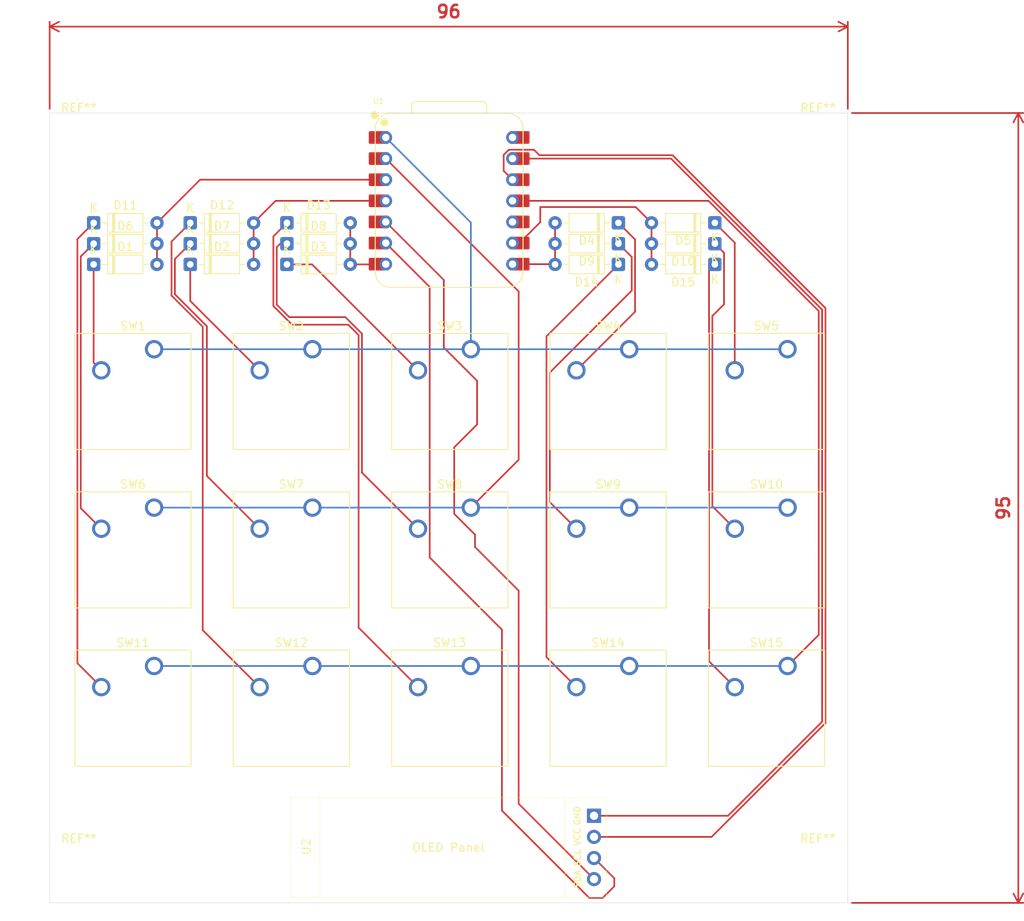
<source format=kicad_pcb>
(kicad_pcb (version 20241229) (generator "pcbnew") (generator_version "9.0")
  (layers (0 "F.Cu" signal) (2 "B.Cu" signal) (13 "F.Paste" user) (15 "B.Paste" user) (5 "F.SilkS" user "F.Silkscreen") (7 "B.SilkS" user "B.Silkscreen") (1 "F.Mask" user) (3 "B.Mask" user) (25 "Edge.Cuts" user))
  (net 0 "")
  (net 1 "Net-(D1-A)")
  (net 2 "Net-(D1-K)")
  (net 3 "Net-(D6-K)")
  (net 4 "Net-(D2-K)")
  (net 5 "Net-(D3-K)")
  (net 6 "Net-(D7-K)")
  (net 7 "Net-(D4-K)")
  (net 8 "Net-(D5-K)")
  (net 9 "Net-(U1-3V3)")
  (net 10 "Net-(U1-GPIO6{slash}SDA)")
  (net 11 "Net-(U1-GPIO7{slash}SCL)")
  (net 12 "Net-(U1-GPIO27{slash}ADC1{slash}A1)")
  (net 13 "Net-(U1-GPIO26{slash}ADC0{slash}A0)")
  (net 14 "Net-(U1-GPIO3{slash}MOSI)")
  (net 16 "GND")
  (net 18 "Net-(D8-K)")
  (net 19 "Net-(D9-K)")
  (net 20 "Net-(D10-A)")
  (net 21 "Net-(D10-K)")
  (net 22 "Net-(D11-K)")
  (net 23 "Net-(D12-K)")
  (net 24 "Net-(D13-A)")
  (net 25 "Net-(D13-K)")
  (net 26 "Net-(D14-K)")
  (net 27 "Net-(D15-K)")
  (net 28 "Net-(D12-A)")
  (net 29 "Net-(D14-A)")
  (footprint "Button_Switch_Keyboard:SW_Cherry_MX_1.00u_PCB" (layer "F.Cu") (at 160.75 85.25)
    (property "Reference" "SW8" (at -2.54 -2.794 0) (layer "F.SilkS"))
    (property "Value" "SW_Push" (hide yes))
    (pad "" np_thru_hole circle (at -7.62 5.08) (size 1.7 1.7) (drill 1.7) (layers "*.Cu" "*.Mask"))
    (pad "" np_thru_hole circle (at -2.54 5.08) (size 4 4) (drill 4) (layers "*.Cu" "*.Mask"))
    (pad "" np_thru_hole circle (at 2.54 5.08) (size 1.7 1.7) (drill 1.7) (layers "*.Cu" "*.Mask"))
    (pad "1" thru_hole circle (at 0 0) (size 2.2 2.2) (drill 1.5) (layers "*.Cu" "*.Mask") (net 12 "Net-(U1-GPIO27{slash}ADC1{slash}A1)"))
    (pad "2" thru_hole circle (at -6.35 2.54) (size 2.2 2.2) (drill 1.5) (layers "*.Cu" "*.Mask") (net 18 "Net-(D8-K)"))
  )
  (footprint "Diode_THT:D_DO-35_SOD27_P7.62mm_Horizontal" (layer "F.Cu") (at 138.63 53.5)
    (property "Reference" "D8" (at 3.81 -2.12 0) (layer "F.SilkS"))
    (property "Value" "1N4148")
    (fp_text user "K" (at 0 -1.8 0) (layer "F.SilkS"))
    (pad "1" thru_hole roundrect (at 0 0) (size 1.6 1.6) (drill 0.8) (layers "*.Cu" "*.Mask") (roundrect_rratio 0.15625) (net 18 "Net-(D8-K)"))
    (pad "2" thru_hole circle (at 7.62 0) (size 1.6 1.6) (drill 0.8) (layers "*.Cu" "*.Mask") (net 24 "Net-(D13-A)"))
  )
  (footprint "Diode_THT:D_DO-35_SOD27_P7.62mm_Horizontal" (layer "F.Cu") (at 115.38 56)
    (property "Reference" "D1" (at 3.81 -2.12 0) (layer "F.SilkS"))
    (property "Value" "1N4148")
    (fp_text user "K" (at 0 -1.8 0) (layer "F.SilkS"))
    (pad "1" thru_hole roundrect (at 0 0) (size 1.6 1.6) (drill 0.8) (layers "*.Cu" "*.Mask") (roundrect_rratio 0.15625) (net 2 "Net-(D1-K)"))
    (pad "2" thru_hole circle (at 7.62 0) (size 1.6 1.6) (drill 0.8) (layers "*.Cu" "*.Mask") (net 1 "Net-(D1-A)"))
  )
  (footprint "Diode_THT:D_DO-35_SOD27_P7.62mm_Horizontal" (layer "F.Cu") (at 127 51)
    (property "Reference" "D12" (at 3.81 -2.12 0) (layer "F.SilkS"))
    (property "Value" "1N4148")
    (fp_text user "K" (at 0 -1.8 0) (layer "F.SilkS"))
    (pad "1" thru_hole roundrect (at 0 0) (size 1.6 1.6) (drill 0.8) (layers "*.Cu" "*.Mask") (roundrect_rratio 0.15625) (net 23 "Net-(D12-K)"))
    (pad "2" thru_hole circle (at 7.62 0) (size 1.6 1.6) (drill 0.8) (layers "*.Cu" "*.Mask") (net 28 "Net-(D12-A)"))
  )
  (footprint "Diode_THT:D_DO-35_SOD27_P7.62mm_Horizontal" (layer "F.Cu") (at 138.63 51)
    (property "Reference" "D13" (at 3.81 -2.12 0) (layer "F.SilkS"))
    (property "Value" "1N4148")
    (fp_text user "K" (at 0 -1.8 0) (layer "F.SilkS"))
    (pad "1" thru_hole roundrect (at 0 0) (size 1.6 1.6) (drill 0.8) (layers "*.Cu" "*.Mask") (roundrect_rratio 0.15625) (net 25 "Net-(D13-K)"))
    (pad "2" thru_hole circle (at 7.62 0) (size 1.6 1.6) (drill 0.8) (layers "*.Cu" "*.Mask") (net 24 "Net-(D13-A)"))
  )
  (footprint "Button_Switch_Keyboard:SW_Cherry_MX_1.00u_PCB" (layer "F.Cu") (at 179.8 66.2)
    (property "Reference" "SW4" (at -2.54 -2.794 0) (layer "F.SilkS"))
    (property "Value" "SW_Push" (hide yes))
    (pad "" np_thru_hole circle (at -7.62 5.08) (size 1.7 1.7) (drill 1.7) (layers "*.Cu" "*.Mask"))
    (pad "" np_thru_hole circle (at -2.54 5.08) (size 4 4) (drill 4) (layers "*.Cu" "*.Mask"))
    (pad "" np_thru_hole circle (at 2.54 5.08) (size 1.7 1.7) (drill 1.7) (layers "*.Cu" "*.Mask"))
    (pad "1" thru_hole circle (at 0 0) (size 2.2 2.2) (drill 1.5) (layers "*.Cu" "*.Mask") (net 13 "Net-(U1-GPIO26{slash}ADC0{slash}A0)"))
    (pad "2" thru_hole circle (at -6.35 2.54) (size 2.2 2.2) (drill 1.5) (layers "*.Cu" "*.Mask") (net 7 "Net-(D4-K)"))
  )
  (footprint "MountingHole:MountingHole_3.2mm_M3" (layer "F.Cu") (at 113.6 41.3)
    (property "Reference" "REF**" (at 0 -4.15 0) (layer "F.SilkS"))
    (property "Value" "MountingHole_3.2mm_M3")
    (pad "" np_thru_hole circle (at 0 0) (size 3.2 3.2) (drill 3.2) (layers "*.Cu" "*.Mask"))
  )
  (footprint "Diode_THT:D_DO-35_SOD27_P7.62mm_Horizontal" (layer "F.Cu") (at 127 53.5)
    (property "Reference" "D7" (at 3.81 -2.12 0) (layer "F.SilkS"))
    (property "Value" "1N4148")
    (fp_text user "K" (at 0 -1.8 0) (layer "F.SilkS"))
    (pad "1" thru_hole roundrect (at 0 0) (size 1.6 1.6) (drill 0.8) (layers "*.Cu" "*.Mask") (roundrect_rratio 0.15625) (net 6 "Net-(D7-K)"))
    (pad "2" thru_hole circle (at 7.62 0) (size 1.6 1.6) (drill 0.8) (layers "*.Cu" "*.Mask") (net 28 "Net-(D12-A)"))
  )
  (footprint "MountingHole:MountingHole_3.2mm_M3" (layer "F.Cu") (at 202.5 41.3)
    (property "Reference" "REF**" (at 0 -4.15 0) (layer "F.SilkS"))
    (property "Value" "MountingHole_3.2mm_M3")
    (pad "" np_thru_hole circle (at 0 0) (size 3.2 3.2) (drill 3.2) (layers "*.Cu" "*.Mask"))
  )
  (footprint "Button_Switch_Keyboard:SW_Cherry_MX_1.00u_PCB" (layer "F.Cu") (at 122.65 85.25)
    (property "Reference" "SW6" (at -2.54 -2.794 0) (layer "F.SilkS"))
    (property "Value" "SW_Push" (hide yes))
    (pad "" np_thru_hole circle (at -7.62 5.08) (size 1.7 1.7) (drill 1.7) (layers "*.Cu" "*.Mask"))
    (pad "" np_thru_hole circle (at -2.54 5.08) (size 4 4) (drill 4) (layers "*.Cu" "*.Mask"))
    (pad "" np_thru_hole circle (at 2.54 5.08) (size 1.7 1.7) (drill 1.7) (layers "*.Cu" "*.Mask"))
    (pad "1" thru_hole circle (at 0 0) (size 2.2 2.2) (drill 1.5) (layers "*.Cu" "*.Mask") (net 12 "Net-(U1-GPIO27{slash}ADC1{slash}A1)"))
    (pad "2" thru_hole circle (at -6.35 2.54) (size 2.2 2.2) (drill 1.5) (layers "*.Cu" "*.Mask") (net 3 "Net-(D6-K)"))
  )
  (footprint "Button_Switch_Keyboard:SW_Cherry_MX_1.00u_PCB" (layer "F.Cu") (at 141.7 85.25)
    (property "Reference" "SW7" (at -2.54 -2.794 0) (layer "F.SilkS"))
    (property "Value" "SW_Push" (hide yes))
    (pad "" np_thru_hole circle (at -7.62 5.08) (size 1.7 1.7) (drill 1.7) (layers "*.Cu" "*.Mask"))
    (pad "" np_thru_hole circle (at -2.54 5.08) (size 4 4) (drill 4) (layers "*.Cu" "*.Mask"))
    (pad "" np_thru_hole circle (at 2.54 5.08) (size 1.7 1.7) (drill 1.7) (layers "*.Cu" "*.Mask"))
    (pad "1" thru_hole circle (at 0 0) (size 2.2 2.2) (drill 1.5) (layers "*.Cu" "*.Mask") (net 12 "Net-(U1-GPIO27{slash}ADC1{slash}A1)"))
    (pad "2" thru_hole circle (at -6.35 2.54) (size 2.2 2.2) (drill 1.5) (layers "*.Cu" "*.Mask") (net 6 "Net-(D7-K)"))
  )
  (footprint "Diode_THT:D_DO-35_SOD27_P7.62mm_Horizontal" (layer "F.Cu") (at 138.63 56)
    (property "Reference" "D3" (at 3.81 -2.12 0) (layer "F.SilkS"))
    (property "Value" "1N4148")
    (fp_text user "K" (at 0 -1.8 0) (layer "F.SilkS"))
    (pad "1" thru_hole roundrect (at 0 0) (size 1.6 1.6) (drill 0.8) (layers "*.Cu" "*.Mask") (roundrect_rratio 0.15625) (net 5 "Net-(D3-K)"))
    (pad "2" thru_hole circle (at 7.62 0) (size 1.6 1.6) (drill 0.8) (layers "*.Cu" "*.Mask") (net 24 "Net-(D13-A)"))
  )
  (footprint "Diode_THT:D_DO-35_SOD27_P7.62mm_Horizontal" (layer "F.Cu") (at 190.1 53.5 180)
    (property "Reference" "D10" (at 3.81 -2.12 0) (layer "F.SilkS"))
    (property "Value" "1N4148")
    (fp_text user "K" (at 0 -1.8 0) (layer "F.SilkS"))
    (pad "1" thru_hole roundrect (at 0 0 180) (size 1.6 1.6) (drill 0.8) (layers "*.Cu" "*.Mask") (roundrect_rratio 0.15625) (net 21 "Net-(D10-K)"))
    (pad "2" thru_hole circle (at 7.62 0 180) (size 1.6 1.6) (drill 0.8) (layers "*.Cu" "*.Mask") (net 20 "Net-(D10-A)"))
  )
  (footprint "Button_Switch_Keyboard:SW_Cherry_MX_1.00u_PCB" (layer "F.Cu") (at 198.84 66.19)
    (property "Reference" "SW5" (at -2.54 -2.794 0) (layer "F.SilkS"))
    (property "Value" "SW_Push")
    (pad "" np_thru_hole circle (at -7.62 5.08) (size 1.7 1.7) (drill 1.7) (layers "*.Cu" "*.Mask"))
    (pad "" np_thru_hole circle (at -2.54 5.08) (size 4 4) (drill 4) (layers "*.Cu" "*.Mask"))
    (pad "" np_thru_hole circle (at 2.54 5.08) (size 1.7 1.7) (drill 1.7) (layers "*.Cu" "*.Mask"))
    (pad "1" thru_hole circle (at 0 0) (size 2.2 2.2) (drill 1.5) (layers "*.Cu" "*.Mask") (net 13 "Net-(U1-GPIO26{slash}ADC0{slash}A0)"))
    (pad "2" thru_hole circle (at -6.35 2.54) (size 2.2 2.2) (drill 1.5) (layers "*.Cu" "*.Mask") (net 8 "Net-(D5-K)"))
  )
  (footprint "Button_Switch_Keyboard:SW_Cherry_MX_1.00u_PCB" (layer "F.Cu") (at 122.65 104.3)
    (property "Reference" "SW11" (at -2.54 -2.794 0) (layer "F.SilkS"))
    (property "Value" "SW_Push" (hide yes))
    (pad "" np_thru_hole circle (at -7.62 5.08) (size 1.7 1.7) (drill 1.7) (layers "*.Cu" "*.Mask"))
    (pad "" np_thru_hole circle (at -2.54 5.08) (size 4 4) (drill 4) (layers "*.Cu" "*.Mask"))
    (pad "" np_thru_hole circle (at 2.54 5.08) (size 1.7 1.7) (drill 1.7) (layers "*.Cu" "*.Mask"))
    (pad "1" thru_hole circle (at 0 0) (size 2.2 2.2) (drill 1.5) (layers "*.Cu" "*.Mask") (net 14 "Net-(U1-GPIO3{slash}MOSI)"))
    (pad "2" thru_hole circle (at -6.35 2.54) (size 2.2 2.2) (drill 1.5) (layers "*.Cu" "*.Mask") (net 22 "Net-(D11-K)"))
  )
  (footprint "Diode_THT:D_DO-35_SOD27_P7.62mm_Horizontal" (layer "F.Cu") (at 178.5 56 180)
    (property "Reference" "D14" (at 3.81 -2.12 0) (layer "F.SilkS"))
    (property "Value" "1N4148")
    (fp_text user "K" (at 0 -1.8 0) (layer "F.SilkS"))
    (pad "1" thru_hole roundrect (at 0 0 180) (size 1.6 1.6) (drill 0.8) (layers "*.Cu" "*.Mask") (roundrect_rratio 0.15625) (net 26 "Net-(D14-K)"))
    (pad "2" thru_hole circle (at 7.62 0 180) (size 1.6 1.6) (drill 0.8) (layers "*.Cu" "*.Mask") (net 29 "Net-(D14-A)"))
  )
  (footprint "OPL Library:XIAO-RP2040-DIP" (layer "F.Cu") (at 158.14 48.35)
    (property "Reference" "U1" (at -8.5 -12 0) (layer "F.SilkS") (effects (font (size 0.635 0.635) (thickness 0.1016))))
    (property "Value" "XIAO-RP2040-DIP")
    (pad "1" smd roundrect (at -8.455 -7.62 180) (size 2.432 1.524) (layers "F.Cu" "F.Mask") (roundrect_rratio 0.1) (net 13 "Net-(U1-GPIO26{slash}ADC0{slash}A0)"))
    (pad "1" thru_hole circle (at -7.62 -7.62 180) (size 1.524 1.524) (drill 0.889) (layers "*.Cu" "*.Mask") (net 13 "Net-(U1-GPIO26{slash}ADC0{slash}A0)"))
    (pad "2" smd roundrect (at -8.455 -5.08 180) (size 2.432 1.524) (layers "F.Cu" "F.Mask") (roundrect_rratio 0.1) (net 12 "Net-(U1-GPIO27{slash}ADC1{slash}A1)"))
    (pad "2" thru_hole circle (at -7.62 -5.08 180) (size 1.524 1.524) (drill 0.889) (layers "*.Cu" "*.Mask") (net 12 "Net-(U1-GPIO27{slash}ADC1{slash}A1)"))
    (pad "3" smd roundrect (at -8.455 -2.54 180) (size 2.432 1.524) (layers "F.Cu" "F.Mask") (roundrect_rratio 0.1) (net 1 "Net-(D1-A)"))
    (pad "3" thru_hole circle (at -7.62 -2.54 180) (size 1.524 1.524) (drill 0.889) (layers "*.Cu" "*.Mask") (net 1 "Net-(D1-A)"))
    (pad "4" smd roundrect (at -8.455 0 180) (size 2.432 1.524) (layers "F.Cu" "F.Mask") (roundrect_rratio 0.1) (net 28 "Net-(D12-A)"))
    (pad "4" thru_hole circle (at -7.62 0 180) (size 1.524 1.524) (drill 0.889) (layers "*.Cu" "*.Mask") (net 28 "Net-(D12-A)"))
    (pad "5" smd roundrect (at -8.455 2.54 180) (size 2.432 1.524) (layers "F.Cu" "F.Mask") (roundrect_rratio 0.1) (net 10 "Net-(U1-GPIO6{slash}SDA)"))
    (pad "5" thru_hole circle (at -7.62 2.54 180) (size 1.524 1.524) (drill 0.889) (layers "*.Cu" "*.Mask") (net 10 "Net-(U1-GPIO6{slash}SDA)"))
    (pad "6" smd roundrect (at -8.455 5.08 180) (size 2.432 1.524) (layers "F.Cu" "F.Mask") (roundrect_rratio 0.1) (net 11 "Net-(U1-GPIO7{slash}SCL)"))
    (pad "6" thru_hole circle (at -7.62 5.08 180) (size 1.524 1.524) (drill 0.889) (layers "*.Cu" "*.Mask") (net 11 "Net-(U1-GPIO7{slash}SCL)"))
    (pad "7" smd roundrect (at -8.455 7.62 180) (size 2.432 1.524) (layers "F.Cu" "F.Mask") (roundrect_rratio 0.1) (net 24 "Net-(D13-A)"))
    (pad "7" thru_hole circle (at -7.62 7.62 180) (size 1.524 1.524) (drill 0.889) (layers "*.Cu" "*.Mask") (net 24 "Net-(D13-A)"))
    (pad "8" thru_hole circle (at 7.62 7.62) (size 1.524 1.524) (drill 0.889) (layers "*.Cu" "*.Mask") (net 29 "Net-(D14-A)"))
    (pad "8" smd roundrect (at 8.455 7.62) (size 2.432 1.524) (layers "F.Cu" "F.Mask") (roundrect_rratio 0.1) (net 29 "Net-(D14-A)"))
    (pad "9" thru_hole circle (at 7.62 5.08) (size 1.524 1.524) (drill 0.889) (layers "*.Cu" "*.Mask") (net 20 "Net-(D10-A)"))
    (pad "9" smd roundrect (at 8.455 5.08) (size 2.432 1.524) (layers "F.Cu" "F.Mask") (roundrect_rratio 0.1) (net 20 "Net-(D10-A)"))
    (pad "10" thru_hole circle (at 7.62 2.54) (size 1.524 1.524) (drill 0.889) (layers "*.Cu" "*.Mask"))
    (pad "10" smd roundrect (at 8.455 2.54) (size 2.432 1.524) (layers "F.Cu" "F.Mask") (roundrect_rratio 0.1))
    (pad "11" thru_hole circle (at 7.62 0) (size 1.524 1.524) (drill 0.889) (layers "*.Cu" "*.Mask") (net 14 "Net-(U1-GPIO3{slash}MOSI)"))
    (pad "11" smd roundrect (at 8.455 0) (size 2.432 1.524) (layers "F.Cu" "F.Mask") (roundrect_rratio 0.1) (net 14 "Net-(U1-GPIO3{slash}MOSI)"))
    (pad "12" thru_hole circle (at 7.62 -2.54) (size 1.524 1.524) (drill 0.889) (layers "*.Cu" "*.Mask") (net 9 "Net-(U1-3V3)"))
    (pad "12" smd roundrect (at 8.455 -2.54) (size 2.432 1.524) (layers "F.Cu" "F.Mask") (roundrect_rratio 0.1) (net 9 "Net-(U1-3V3)"))
    (pad "13" thru_hole circle (at 7.62 -5.08) (size 1.524 1.524) (drill 0.889) (layers "*.Cu" "*.Mask") (net 16 "GND"))
    (pad "13" smd roundrect (at 8.455 -5.08) (size 2.432 1.524) (layers "F.Cu" "F.Mask") (roundrect_rratio 0.1) (net 16 "GND"))
    (pad "14" thru_hole circle (at 7.62 -7.62) (size 1.524 1.524) (drill 0.889) (layers "*.Cu" "*.Mask"))
    (pad "14" smd roundrect (at 8.455 -7.62) (size 2.432 1.524) (layers "F.Cu" "F.Mask") (roundrect_rratio 0.1))
  )
  (footprint "Diode_THT:D_DO-35_SOD27_P7.62mm_Horizontal" (layer "F.Cu") (at 115.38 51)
    (property "Reference" "D11" (at 3.81 -2.12 0) (layer "F.SilkS"))
    (property "Value" "1N4148")
    (fp_text user "K" (at 0 -1.8 0) (layer "F.SilkS"))
    (pad "1" thru_hole roundrect (at 0 0) (size 1.6 1.6) (drill 0.8) (layers "*.Cu" "*.Mask") (roundrect_rratio 0.15625) (net 22 "Net-(D11-K)"))
    (pad "2" thru_hole circle (at 7.62 0) (size 1.6 1.6) (drill 0.8) (layers "*.Cu" "*.Mask") (net 1 "Net-(D1-A)"))
  )
  (footprint "Diode_THT:D_DO-35_SOD27_P7.62mm_Horizontal" (layer "F.Cu") (at 127 56)
    (property "Reference" "D2" (at 3.81 -2.12 0) (layer "F.SilkS"))
    (property "Value" "1N4148")
    (fp_text user "K" (at 0 -1.8 0) (layer "F.SilkS"))
    (pad "1" thru_hole roundrect (at 0 0) (size 1.6 1.6) (drill 0.8) (layers "*.Cu" "*.Mask") (roundrect_rratio 0.15625) (net 4 "Net-(D2-K)"))
    (pad "2" thru_hole circle (at 7.62 0) (size 1.6 1.6) (drill 0.8) (layers "*.Cu" "*.Mask") (net 28 "Net-(D12-A)"))
  )
  (footprint "Diode_THT:D_DO-35_SOD27_P7.62mm_Horizontal" (layer "F.Cu") (at 115.38 53.5)
    (property "Reference" "D6" (at 3.81 -2.12 0) (layer "F.SilkS"))
    (property "Value" "1N4148")
    (fp_text user "K" (at 0 -1.8 0) (layer "F.SilkS"))
    (pad "1" thru_hole roundrect (at 0 0) (size 1.6 1.6) (drill 0.8) (layers "*.Cu" "*.Mask") (roundrect_rratio 0.15625) (net 3 "Net-(D6-K)"))
    (pad "2" thru_hole circle (at 7.62 0) (size 1.6 1.6) (drill 0.8) (layers "*.Cu" "*.Mask") (net 1 "Net-(D1-A)"))
  )
  (footprint "Diode_THT:D_DO-35_SOD27_P7.62mm_Horizontal" (layer "F.Cu") (at 190.1 56 180)
    (property "Reference" "D15" (at 3.81 -2.12 0) (layer "F.SilkS"))
    (property "Value" "1N4148")
    (fp_text user "K" (at 0 -1.8 0) (layer "F.SilkS"))
    (pad "1" thru_hole roundrect (at 0 0 180) (size 1.6 1.6) (drill 0.8) (layers "*.Cu" "*.Mask") (roundrect_rratio 0.15625) (net 27 "Net-(D15-K)"))
    (pad "2" thru_hole circle (at 7.62 0 180) (size 1.6 1.6) (drill 0.8) (layers "*.Cu" "*.Mask") (net 20 "Net-(D10-A)"))
  )
  (footprint "MountingHole:MountingHole_3.2mm_M3" (layer "F.Cu") (at 113.6 129.2)
    (property "Reference" "REF**" (at 0 -4.15 0) (layer "F.SilkS"))
    (property "Value" "MountingHole_3.2mm_M3")
    (pad "" np_thru_hole circle (at 0 0) (size 3.2 3.2) (drill 3.2) (layers "*.Cu" "*.Mask"))
  )
  (footprint "Button_Switch_Keyboard:SW_Cherry_MX_1.00u_PCB" (layer "F.Cu") (at 141.7 66.2)
    (property "Reference" "SW2" (at -2.54 -2.794 0) (layer "F.SilkS"))
    (property "Value" "SW_Push" (hide yes))
    (pad "" np_thru_hole circle (at -7.62 5.08) (size 1.7 1.7) (drill 1.7) (layers "*.Cu" "*.Mask"))
    (pad "" np_thru_hole circle (at -2.54 5.08) (size 4 4) (drill 4) (layers "*.Cu" "*.Mask"))
    (pad "" np_thru_hole circle (at 2.54 5.08) (size 1.7 1.7) (drill 1.7) (layers "*.Cu" "*.Mask"))
    (pad "1" thru_hole circle (at 0 0) (size 2.2 2.2) (drill 1.5) (layers "*.Cu" "*.Mask") (net 13 "Net-(U1-GPIO26{slash}ADC0{slash}A0)"))
    (pad "2" thru_hole circle (at -6.35 2.54) (size 2.2 2.2) (drill 1.5) (layers "*.Cu" "*.Mask") (net 4 "Net-(D2-K)"))
  )
  (footprint "Button_Switch_Keyboard:SW_Cherry_MX_1.00u_PCB" (layer "F.Cu") (at 179.8 104.3)
    (property "Reference" "SW14" (at -2.54 -2.794 0) (layer "F.SilkS"))
    (property "Value" "SW_Push" (hide yes))
    (pad "" np_thru_hole circle (at -7.62 5.08) (size 1.7 1.7) (drill 1.7) (layers "*.Cu" "*.Mask"))
    (pad "" np_thru_hole circle (at -2.54 5.08) (size 4 4) (drill 4) (layers "*.Cu" "*.Mask"))
    (pad "" np_thru_hole circle (at 2.54 5.08) (size 1.7 1.7) (drill 1.7) (layers "*.Cu" "*.Mask"))
    (pad "1" thru_hole circle (at 0 0) (size 2.2 2.2) (drill 1.5) (layers "*.Cu" "*.Mask") (net 14 "Net-(U1-GPIO3{slash}MOSI)"))
    (pad "2" thru_hole circle (at -6.35 2.54) (size 2.2 2.2) (drill 1.5) (layers "*.Cu" "*.Mask") (net 26 "Net-(D14-K)"))
  )
  (footprint "Diode_THT:D_DO-35_SOD27_P7.62mm_Horizontal" (layer "F.Cu") (at 178.5 53.5 180)
    (property "Reference" "D9" (at 3.81 -2.12 0) (layer "F.SilkS"))
    (property "Value" "1N4148")
    (fp_text user "K" (at 0 -1.8 0) (layer "F.SilkS"))
    (pad "1" thru_hole roundrect (at 0 0 180) (size 1.6 1.6) (drill 0.8) (layers "*.Cu" "*.Mask") (roundrect_rratio 0.15625) (net 19 "Net-(D9-K)"))
    (pad "2" thru_hole circle (at 7.62 0 180) (size 1.6 1.6) (drill 0.8) (layers "*.Cu" "*.Mask") (net 29 "Net-(D14-A)"))
  )
  (footprint "Button_Switch_Keyboard:SW_Cherry_MX_1.00u_PCB" (layer "F.Cu") (at 160.75 104.3)
    (property "Reference" "SW13" (at -2.54 -2.794 0) (layer "F.SilkS"))
    (property "Value" "SW_Push" (hide yes))
    (pad "" np_thru_hole circle (at -7.62 5.08) (size 1.7 1.7) (drill 1.7) (layers "*.Cu" "*.Mask"))
    (pad "" np_thru_hole circle (at -2.54 5.08) (size 4 4) (drill 4) (layers "*.Cu" "*.Mask"))
    (pad "" np_thru_hole circle (at 2.54 5.08) (size 1.7 1.7) (drill 1.7) (layers "*.Cu" "*.Mask"))
    (pad "1" thru_hole circle (at 0 0) (size 2.2 2.2) (drill 1.5) (layers "*.Cu" "*.Mask") (net 14 "Net-(U1-GPIO3{slash}MOSI)"))
    (pad "2" thru_hole circle (at -6.35 2.54) (size 2.2 2.2) (drill 1.5) (layers "*.Cu" "*.Mask") (net 25 "Net-(D13-K)"))
  )
  (footprint "OLED Display:SSD1306-0.91-OLED-4pin-128x32" (layer "F.Cu") (at 139.065 120.125)
    (property "Reference" "U2" (at 1.9 5.91 90) (layer "F.SilkS"))
    (property "Value" "OLED Display")
    (fp_text user "VCC" (at 34.5 4.73 270) (layer "F.SilkS") (effects (font (size 0.75 0.75))))
    (fp_text user "SDA" (at 34.5 9.81 270) (layer "F.SilkS") (effects (font (size 0.75 0.75))))
    (fp_text user "GND" (at 34.5 2.19 270) (layer "F.SilkS") (effects (font (size 0.75 0.75))))
    (fp_text user "OLED Panel" (at 19 6 0) (layer "F.SilkS"))
    (fp_text user "SCL" (at 34.5 7.27 270) (layer "F.SilkS") (effects (font (size 0.75 0.75))))
    (pad "1" thru_hole rect (at 36.5 2.19) (size 1.7 1.7) (drill 1) (layers "*.Cu" "*.Mask") (net 16 "GND"))
    (pad "2" thru_hole oval (at 36.5 4.73) (size 1.7 1.7) (drill 1) (layers "*.Cu" "*.Mask") (net 9 "Net-(U1-3V3)"))
    (pad "3" thru_hole oval (at 36.5 7.27) (size 1.7 1.7) (drill 1) (layers "*.Cu" "*.Mask") (net 11 "Net-(U1-GPIO7{slash}SCL)"))
    (pad "4" thru_hole oval (at 36.5 9.81) (size 1.7 1.7) (drill 1) (layers "*.Cu" "*.Mask") (net 10 "Net-(U1-GPIO6{slash}SDA)"))
  )
  (footprint "Button_Switch_Keyboard:SW_Cherry_MX_1.00u_PCB" (layer "F.Cu") (at 198.85 85.25)
    (property "Reference" "SW10" (at -2.54 -2.794 0) (layer "F.SilkS"))
    (property "Value" "SW_Push" (hide yes))
    (pad "" np_thru_hole circle (at -7.62 5.08) (size 1.7 1.7) (drill 1.7) (layers "*.Cu" "*.Mask"))
    (pad "" np_thru_hole circle (at -2.54 5.08) (size 4 4) (drill 4) (layers "*.Cu" "*.Mask"))
    (pad "" np_thru_hole circle (at 2.54 5.08) (size 1.7 1.7) (drill 1.7) (layers "*.Cu" "*.Mask"))
    (pad "1" thru_hole circle (at 0 0) (size 2.2 2.2) (drill 1.5) (layers "*.Cu" "*.Mask") (net 12 "Net-(U1-GPIO27{slash}ADC1{slash}A1)"))
    (pad "2" thru_hole circle (at -6.35 2.54) (size 2.2 2.2) (drill 1.5) (layers "*.Cu" "*.Mask") (net 21 "Net-(D10-K)"))
  )
  (footprint "Diode_THT:D_DO-35_SOD27_P7.62mm_Horizontal" (layer "F.Cu") (at 178.5 51 180)
    (property "Reference" "D4" (at 3.81 -2.12 0) (layer "F.SilkS"))
    (property "Value" "1N4148")
    (fp_text user "K" (at 0 -1.8 0) (layer "F.SilkS"))
    (pad "1" thru_hole roundrect (at 0 0 180) (size 1.6 1.6) (drill 0.8) (layers "*.Cu" "*.Mask") (roundrect_rratio 0.15625) (net 7 "Net-(D4-K)"))
    (pad "2" thru_hole circle (at 7.62 0 180) (size 1.6 1.6) (drill 0.8) (layers "*.Cu" "*.Mask") (net 29 "Net-(D14-A)"))
  )
  (footprint "Button_Switch_Keyboard:SW_Cherry_MX_1.00u_PCB" (layer "F.Cu") (at 122.65 66.2)
    (property "Reference" "SW1" (at -2.54 -2.794 0) (layer "F.SilkS"))
    (property "Value" "SW_Push" (hide yes))
    (pad "" np_thru_hole circle (at -7.62 5.08) (size 1.7 1.7) (drill 1.7) (layers "*.Cu" "*.Mask"))
    (pad "" np_thru_hole circle (at -2.54 5.08) (size 4 4) (drill 4) (layers "*.Cu" "*.Mask"))
    (pad "" np_thru_hole circle (at 2.54 5.08) (size 1.7 1.7) (drill 1.7) (layers "*.Cu" "*.Mask"))
    (pad "1" thru_hole circle (at 0 0) (size 2.2 2.2) (drill 1.5) (layers "*.Cu" "*.Mask") (net 13 "Net-(U1-GPIO26{slash}ADC0{slash}A0)"))
    (pad "2" thru_hole circle (at -6.35 2.54) (size 2.2 2.2) (drill 1.5) (layers "*.Cu" "*.Mask") (net 2 "Net-(D1-K)"))
  )
  (footprint "MountingHole:MountingHole_3.2mm_M3" (layer "F.Cu") (at 202.5 129.2)
    (property "Reference" "REF**" (at 0 -4.15 0) (layer "F.SilkS"))
    (property "Value" "MountingHole_3.2mm_M3")
    (pad "" np_thru_hole circle (at 0 0) (size 3.2 3.2) (drill 3.2) (layers "*.Cu" "*.Mask"))
  )
  (footprint "Diode_THT:D_DO-35_SOD27_P7.62mm_Horizontal" (layer "F.Cu") (at 190.1 51 180)
    (property "Reference" "D5" (at 3.81 -2.12 0) (layer "F.SilkS"))
    (property "Value" "1N4148")
    (fp_text user "K" (at 0 -1.8 0) (layer "F.SilkS"))
    (pad "1" thru_hole roundrect (at 0 0 180) (size 1.6 1.6) (drill 0.8) (layers "*.Cu" "*.Mask") (roundrect_rratio 0.15625) (net 8 "Net-(D5-K)"))
    (pad "2" thru_hole circle (at 7.62 0 180) (size 1.6 1.6) (drill 0.8) (layers "*.Cu" "*.Mask") (net 20 "Net-(D10-A)"))
  )
  (footprint "Button_Switch_Keyboard:SW_Cherry_MX_1.00u_PCB" (layer "F.Cu") (at 198.85 104.3)
    (property "Reference" "SW15" (at -2.54 -2.794 0) (layer "F.SilkS"))
    (property "Value" "SW_Push" (hide yes))
    (pad "" np_thru_hole circle (at -7.62 5.08) (size 1.7 1.7) (drill 1.7) (layers "*.Cu" "*.Mask"))
    (pad "" np_thru_hole circle (at -2.54 5.08) (size 4 4) (drill 4) (layers "*.Cu" "*.Mask"))
    (pad "" np_thru_hole circle (at 2.54 5.08) (size 1.7 1.7) (drill 1.7) (layers "*.Cu" "*.Mask"))
    (pad "1" thru_hole circle (at 0 0) (size 2.2 2.2) (drill 1.5) (layers "*.Cu" "*.Mask") (net 14 "Net-(U1-GPIO3{slash}MOSI)"))
    (pad "2" thru_hole circle (at -6.35 2.54) (size 2.2 2.2) (drill 1.5) (layers "*.Cu" "*.Mask") (net 27 "Net-(D15-K)"))
  )
  (footprint "Button_Switch_Keyboard:SW_Cherry_MX_1.00u_PCB" (layer "F.Cu") (at 141.7 104.3)
    (property "Reference" "SW12" (at -2.54 -2.794 0) (layer "F.SilkS"))
    (property "Value" "SW_Push" (hide yes))
    (pad "" np_thru_hole circle (at -7.62 5.08) (size 1.7 1.7) (drill 1.7) (layers "*.Cu" "*.Mask"))
    (pad "" np_thru_hole circle (at -2.54 5.08) (size 4 4) (drill 4) (layers "*.Cu" "*.Mask"))
    (pad "" np_thru_hole circle (at 2.54 5.08) (size 1.7 1.7) (drill 1.7) (layers "*.Cu" "*.Mask"))
    (pad "1" thru_hole circle (at 0 0) (size 2.2 2.2) (drill 1.5) (layers "*.Cu" "*.Mask") (net 14 "Net-(U1-GPIO3{slash}MOSI)"))
    (pad "2" thru_hole circle (at -6.35 2.54) (size 2.2 2.2) (drill 1.5) (layers "*.Cu" "*.Mask") (net 23 "Net-(D12-K)"))
  )
  (footprint "Button_Switch_Keyboard:SW_Cherry_MX_1.00u_PCB" (layer "F.Cu") (at 179.8 85.25)
    (property "Reference" "SW9" (at -2.54 -2.794 0) (layer "F.SilkS"))
    (property "Value" "SW_Push" (hide yes))
    (pad "" np_thru_hole circle (at -7.62 5.08) (size 1.7 1.7) (drill 1.7) (layers "*.Cu" "*.Mask"))
    (pad "" np_thru_hole circle (at -2.54 5.08) (size 4 4) (drill 4) (layers "*.Cu" "*.Mask"))
    (pad "" np_thru_hole circle (at 2.54 5.08) (size 1.7 1.7) (drill 1.7) (layers "*.Cu" "*.Mask"))
    (pad "1" thru_hole circle (at 0 0) (size 2.2 2.2) (drill 1.5) (layers "*.Cu" "*.Mask") (net 12 "Net-(U1-GPIO27{slash}ADC1{slash}A1)"))
    (pad "2" thru_hole circle (at -6.35 2.54) (size 2.2 2.2) (drill 1.5) (layers "*.Cu" "*.Mask") (net 19 "Net-(D9-K)"))
  )
  (footprint "Button_Switch_Keyboard:SW_Cherry_MX_1.00u_PCB" (layer "F.Cu") (at 160.75 66.2)
    (property "Reference" "SW3" (at -2.54 -2.794 0) (layer "F.SilkS"))
    (property "Value" "SW_Push" (hide yes))
    (pad "" np_thru_hole circle (at -7.62 5.08) (size 1.7 1.7) (drill 1.7) (layers "*.Cu" "*.Mask"))
    (pad "" np_thru_hole circle (at -2.54 5.08) (size 4 4) (drill 4) (layers "*.Cu" "*.Mask"))
    (pad "" np_thru_hole circle (at 2.54 5.08) (size 1.7 1.7) (drill 1.7) (layers "*.Cu" "*.Mask"))
    (pad "1" thru_hole circle (at 0 0) (size 2.2 2.2) (drill 1.5) (layers "*.Cu" "*.Mask") (net 13 "Net-(U1-GPIO26{slash}ADC0{slash}A0)"))
    (pad "2" thru_hole circle (at -6.35 2.54) (size 2.2 2.2) (drill 1.5) (layers "*.Cu" "*.Mask") (net 5 "Net-(D3-K)"))
  )
  (gr_rect (start 110.09 37.79) (end 206.09 132.79) (stroke (width 0.05)) (fill no) (layer "Edge.Cuts"))
  (dimension (type orthogonal) (layer "F.Cu") (pts (xy 206.09 37.79) (xy 110.09 37.79)) (height -10.39) (orientation 0) (format (prefix "") (suffix "") (units 3) (units_format 0) (precision 4) (suppress_zeroes yes)) (style (thickness 0.2) (arrow_length 1.27) (text_position_mode 0) (arrow_direction outward) (extension_height 0.58642) (extension_offset 0.5) (keep_text_aligned yes)) (gr_text "96" (at 158.09 25.6 0) (layer "F.Cu") (effects (font (size 1.5 1.5) (thickness 0.3)))))
  (dimension (type orthogonal) (layer "F.Cu") (pts (xy 206.09 37.79) (xy 206.09 132.79)) (height 20.51) (orientation 1) (format (prefix "") (suffix "") (units 3) (units_format 0) (precision 4) (suppress_zeroes yes)) (style (thickness 0.2) (arrow_length 1.27) (text_position_mode 0) (arrow_direction outward) (extension_height 0.58642) (extension_offset 0.5) (keep_text_aligned yes)) (gr_text "95" (at 224.8 85.29 90) (layer "F.Cu") (effects (font (size 1.5 1.5) (thickness 0.3)))))
  (segment (start 150.52 45.81) (end 128.19 45.81) (width 0.2) (layer "F.Cu") (net 1))
  (segment (start 128.19 45.81) (end 123 51) (width 0.2) (layer "F.Cu") (net 1))
  (segment (start 123 51) (end 123 56) (width 0.2) (layer "F.Cu") (net 1))
  (segment (start 115.38 56) (end 115.38 67.82) (width 0.2) (layer "F.Cu") (net 2))
  (segment (start 115.38 67.82) (end 116.3 68.74) (width 0.2) (layer "F.Cu") (net 2))
  (segment (start 113.829 55.051) (end 113.829 85.319) (width 0.2) (layer "F.Cu") (net 3))
  (segment (start 115.38 53.5) (end 113.829 55.051) (width 0.2) (layer "F.Cu") (net 3))
  (segment (start 113.829 85.319) (end 116.3 87.79) (width 0.2) (layer "F.Cu") (net 3))
  (segment (start 127 56) (end 127 60.39) (width 0.2) (layer "F.Cu") (net 4))
  (segment (start 127 60.39) (end 135.35 68.74) (width 0.2) (layer "F.Cu") (net 4))
  (segment (start 138.63 56) (end 141.66 56) (width 0.2) (layer "F.Cu") (net 5))
  (segment (start 141.66 56) (end 154.4 68.74) (width 0.2) (layer "F.Cu") (net 5))
  (segment (start 125.151 59.5839) (end 129 63.4329) (width 0.2) (layer "F.Cu") (net 6))
  (segment (start 127 53.5) (end 125.151 55.349) (width 0.2) (layer "F.Cu") (net 6))
  (segment (start 125.151 55.349) (end 125.151 59.5839) (width 0.2) (layer "F.Cu") (net 6))
  (segment (start 129 81.44) (end 135.35 87.79) (width 0.2) (layer "F.Cu") (net 6))
  (segment (start 129 63.4329) (end 129 81.44) (width 0.2) (layer "F.Cu") (net 6))
  (segment (start 180.5 61.69) (end 173.45 68.74) (width 0.2) (layer "F.Cu") (net 7))
  (segment (start 180.5 53) (end 180.5 61.69) (width 0.2) (layer "F.Cu") (net 7))
  (segment (start 178.5 51) (end 180.5 53) (width 0.2) (layer "F.Cu") (net 7))
  (segment (start 192.51 53.41) (end 192.49 53.43) (width 0.2) (layer "F.Cu") (net 8))
  (segment (start 192.49 53.43) (end 192.49 68.73) (width 0.2) (layer "F.Cu") (net 8))
  (segment (start 190.1 51) (end 192.51 53.41) (width 0.2) (layer "F.Cu") (net 8))
  (segment (start 185.019 42.869) (end 203.401 61.251) (width 0.2) (layer "F.Cu") (net 9))
  (segment (start 164.697 44.747) (end 164.697 42.82969) (width 0.2) (layer "F.Cu") (net 9))
  (segment (start 203.401 61.251) (end 203.401 111.1661) (width 0.2) (layer "F.Cu") (net 9))
  (segment (start 164.697 42.82969) (end 165.31969 42.207) (width 0.2) (layer "F.Cu") (net 9))
  (segment (start 168.338 42.207) (end 169 42.869) (width 0.2) (layer "F.Cu") (net 9))
  (segment (start 175.565 124.855) (end 189.7121 124.855) (width 0.2) (layer "F.Cu") (net 9))
  (segment (start 203.401 111.1661) (end 189.7121 124.855) (width 0.2) (layer "F.Cu") (net 9))
  (segment (start 165.76 45.81) (end 164.697 44.747) (width 0.2) (layer "F.Cu") (net 9))
  (segment (start 169 42.869) (end 185.019 42.869) (width 0.2) (layer "F.Cu") (net 9))
  (segment (start 165.31969 42.207) (end 168.338 42.207) (width 0.2) (layer "F.Cu") (net 9))
  (segment (start 158.75 78) (end 161.5 75.25) (width 0.2) (layer "F.Cu") (net 10))
  (segment (start 157.5 66) (end 157.5 57.87) (width 0.2) (layer "F.Cu") (net 10))
  (segment (start 161.5 70) (end 157.5 66) (width 0.2) (layer "F.Cu") (net 10))
  (segment (start 166.5 120.87) (end 166.5 95.23847) (width 0.2) (layer "F.Cu") (net 10))
  (segment (start 157.5 57.87) (end 150.52 50.89) (width 0.2) (layer "F.Cu") (net 10))
  (segment (start 161.25 89.98847) (end 161.25 88.5) (width 0.2) (layer "F.Cu") (net 10))
  (segment (start 161.5 75.25) (end 161.5 70) (width 0.2) (layer "F.Cu") (net 10))
  (segment (start 166.5 95.23847) (end 161.25 89.98847) (width 0.2) (layer "F.Cu") (net 10))
  (segment (start 175.565 129.935) (end 166.5 120.87) (width 0.2) (layer "F.Cu") (net 10))
  (segment (start 161.25 88.5) (end 158.75 86) (width 0.2) (layer "F.Cu") (net 10))
  (segment (start 158.75 86) (end 158.75 78) (width 0.2) (layer "F.Cu") (net 10))
  (segment (start 176.611 132.189) (end 178 130.8) (width 0.2) (layer "F.Cu") (net 11))
  (segment (start 164.491 99.935816) (end 164.491 121.691) (width 0.2) (layer "F.Cu") (net 11))
  (segment (start 178 129.83) (end 175.565 127.395) (width 0.2) (layer "F.Cu") (net 11))
  (segment (start 150.52 53.43) (end 155.801 58.711) (width 0.2) (layer "F.Cu") (net 11))
  (segment (start 155.801 91.245816) (end 164.491 99.935816) (width 0.2) (layer "F.Cu") (net 11))
  (segment (start 174.989 132.189) (end 176.611 132.189) (width 0.2) (layer "F.Cu") (net 11))
  (segment (start 178 130.8) (end 178 129.83) (width 0.2) (layer "F.Cu") (net 11))
  (segment (start 155.801 58.711) (end 155.801 91.245816) (width 0.2) (layer "F.Cu") (net 11))
  (segment (start 164.491 121.691) (end 174.989 132.189) (width 0.2) (layer "F.Cu") (net 11))
  (segment (start 166.5 59.25) (end 166.5 79.5) (width 0.2) (layer "F.Cu") (net 12))
  (segment (start 150.52 43.27) (end 166.5 59.25) (width 0.2) (layer "F.Cu") (net 12))
  (segment (start 150.52 43.27) (end 149.906374 43.27) (width 0.2) (layer "F.Cu") (net 12))
  (segment (start 166.5 79.5) (end 160.75 85.25) (width 0.2) (layer "F.Cu") (net 12))
  (segment (start 160.75 85.25) (end 198.85 85.25) (width 0.2) (layer "B.Cu") (net 12))
  (segment (start 160.75 85.25) (end 122.65 85.25) (width 0.2) (layer "B.Cu") (net 12))
  (segment (start 198.83 66.2) (end 198.84 66.19) (width 0.2) (layer "B.Cu") (net 13))
  (segment (start 160.75 66.2) (end 122.65 66.2) (width 0.2) (layer "B.Cu") (net 13))
  (segment (start 160.75 50.96) (end 160.75 66.2) (width 0.2) (layer "B.Cu") (net 13))
  (segment (start 160.75 66.2) (end 198.83 66.2) (width 0.2) (layer "B.Cu") (net 13))
  (segment (start 150.52 40.73) (end 160.75 50.96) (width 0.2) (layer "B.Cu") (net 13))
  (segment (start 202.591 100.559) (end 198.85 104.3) (width 0.2) (layer "F.Cu") (net 14))
  (segment (start 189.33616 48.35) (end 202.591 61.60484) (width 0.2) (layer "F.Cu") (net 14))
  (segment (start 202.591 61.60484) (end 202.591 100.559) (width 0.2) (layer "F.Cu") (net 14))
  (segment (start 165.76 48.35) (end 189.33616 48.35) (width 0.2) (layer "F.Cu") (net 14))
  (segment (start 198.85 104.3) (end 122.65 104.3) (width 0.2) (layer "B.Cu") (net 14))
  (segment (start 184.82326 43.27) (end 165.76 43.27) (width 0.2) (layer "F.Cu") (net 16))
  (segment (start 203 111) (end 193.42 120.58) (width 0.2) (layer "F.Cu") (net 16))
  (segment (start 203 61.44674) (end 184.82326 43.27) (width 0.2) (layer "F.Cu") (net 16))
  (segment (start 191.685 122.315) (end 175.565 122.315) (width 0.2) (layer "F.Cu") (net 16))
  (segment (start 193.42 120.58) (end 191.685 122.315) (width 0.2) (layer "F.Cu") (net 16))
  (segment (start 203 111) (end 203 61.44674) (width 0.2) (layer "F.Cu") (net 16))
  (segment (start 137.401 53.929) (end 137.401 60.8339) (width 0.2) (layer "F.Cu") (net 18))
  (segment (start 147.651 81.041) (end 154.4 87.79) (width 0.2) (layer "F.Cu") (net 18))
  (segment (start 145.65855 62.34145) (end 147.651 64.3339) (width 0.2) (layer "F.Cu") (net 18))
  (segment (start 138.63 53.5) (end 137.83 53.5) (width 0.2) (layer "F.Cu") (net 18))
  (segment (start 137.401 60.8339) (end 138.90855 62.34145) (width 0.2) (layer "F.Cu") (net 18))
  (segment (start 147.651 64.3339) (end 147.651 81.041) (width 0.2) (layer "F.Cu") (net 18))
  (segment (start 138.90855 62.34145) (end 145.65855 62.34145) (width 0.2) (layer "F.Cu") (net 18))
  (segment (start 137.83 53.5) (end 137.401 53.929) (width 0.2) (layer "F.Cu") (net 18))
  (segment (start 170.25 84.59) (end 173.45 87.79) (width 0.2) (layer "F.Cu") (net 19))
  (segment (start 170.25 69) (end 170.25 84.59) (width 0.2) (layer "F.Cu") (net 19))
  (segment (start 178.5 53.5) (end 180.099 55.099) (width 0.2) (layer "F.Cu") (net 19))
  (segment (start 180.099 55.099) (end 180.099 59.151) (width 0.2) (layer "F.Cu") (net 19))
  (segment (start 180.099 59.151) (end 170.25 69) (width 0.2) (layer "F.Cu") (net 19))
  (segment (start 169.1 50.925) (end 169.1 49.1) (width 0.2) (layer "F.Cu") (net 20))
  (segment (start 182.48 51) (end 182.48 56) (width 0.2) (layer "F.Cu") (net 20))
  (segment (start 166.595 53.43) (end 169.1 50.925) (width 0.2) (layer "F.Cu") (net 20))
  (segment (start 180.58 49.1) (end 182.48 51) (width 0.2) (layer "F.Cu") (net 20))
  (segment (start 169.1 49.1) (end 180.58 49.1) (width 0.2) (layer "F.Cu") (net 20))
  (segment (start 191.201 54.601) (end 191.201 60.799) (width 0.2) (layer "F.Cu") (net 21))
  (segment (start 191.201 54.601) (end 190.1 53.5) (width 0.2) (layer "F.Cu") (net 21))
  (segment (start 189.8 85.09) (end 192.5 87.79) (width 0.2) (layer "F.Cu") (net 21))
  (segment (start 189.8 62.2) (end 189.8 85.09) (width 0.2) (layer "F.Cu") (net 21))
  (segment (start 191.201 60.799) (end 189.8 62.2) (width 0.2) (layer "F.Cu") (net 21))
  (segment (start 113.428 103.968) (end 116.3 106.84) (width 0.2) (layer "F.Cu") (net 22))
  (segment (start 113.428 52.952) (end 113.428 103.968) (width 0.2) (layer "F.Cu") (net 22))
  (segment (start 115.38 51) (end 113.428 52.952) (width 0.2) (layer "F.Cu") (net 22))
  (segment (start 128.5 63.5) (end 128.5 99.99) (width 0.2) (layer "F.Cu") (net 23))
  (segment (start 127 51) (end 124.75 53.25) (width 0.2) (layer "F.Cu") (net 23))
  (segment (start 124.75 59.75) (end 128.5 63.5) (width 0.2) (layer "F.Cu") (net 23))
  (segment (start 128.5 99.99) (end 135.35 106.84) (width 0.2) (layer "F.Cu") (net 23))
  (segment (start 124.75 53.25) (end 124.75 59.75) (width 0.2) (layer "F.Cu") (net 23))
  (segment (start 146.25 56) (end 146.25 51) (width 0.2) (layer "F.Cu") (net 24))
  (segment (start 146.25 56) (end 150.49 56) (width 0.2) (layer "F.Cu") (net 24))
  (segment (start 150.49 56) (end 150.52 55.97) (width 0.2) (layer "F.Cu") (net 24))
  (segment (start 146 63.25) (end 147.25 64.5) (width 0.2) (layer "F.Cu") (net 25))
  (segment (start 139.25 63.25) (end 146 63.25) (width 0.2) (layer "F.Cu") (net 25))
  (segment (start 147.25 64.5) (end 147.25 99.69) (width 0.2) (layer "F.Cu") (net 25))
  (segment (start 137 52.63) (end 137 61) (width 0.2) (layer "F.Cu") (net 25))
  (segment (start 138.63 51) (end 137 52.63) (width 0.2) (layer "F.Cu") (net 25))
  (segment (start 137 61) (end 139.25 63.25) (width 0.2) (layer "F.Cu") (net 25))
  (segment (start 147.25 99.69) (end 154.4 106.84) (width 0.2) (layer "F.Cu") (net 25))
  (segment (start 169.849 103.239) (end 173.45 106.84) (width 0.2) (layer "F.Cu") (net 26))
  (segment (start 178.5 56) (end 169.849 64.651) (width 0.2) (layer "F.Cu") (net 26))
  (segment (start 169.849 64.651) (end 169.849 103.239) (width 0.2) (layer "F.Cu") (net 26))
  (segment (start 189.399 103.739) (end 192.5 106.84) (width 0.2) (layer "F.Cu") (net 27))
  (segment (start 189.399 56.701) (end 189.399 103.739) (width 0.2) (layer "F.Cu") (net 27))
  (segment (start 190.1 56) (end 189.399 56.701) (width 0.2) (layer "F.Cu") (net 27))
  (segment (start 150.52 48.35) (end 137.27 48.35) (width 0.2) (layer "F.Cu") (net 28))
  (segment (start 134.62 51) (end 134.62 56) (width 0.2) (layer "F.Cu") (net 28))
  (segment (start 137.27 48.35) (end 134.62 51) (width 0.2) (layer "F.Cu") (net 28))
  (segment (start 170.85 55.97) (end 170.88 56) (width 0.2) (layer "F.Cu") (net 29))
  (segment (start 166.595 55.97) (end 170.85 55.97) (width 0.2) (layer "F.Cu") (net 29))
  (segment (start 170.88 56) (end 170.88 51) (width 0.2) (layer "F.Cu") (net 29))
)
</source>
